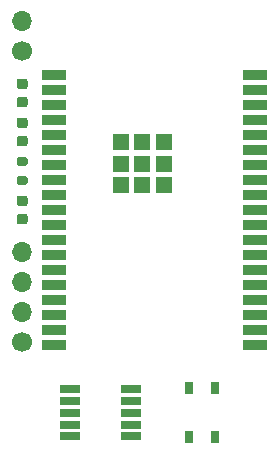
<source format=gbr>
%TF.GenerationSoftware,KiCad,Pcbnew,(5.1.9)-1*%
%TF.CreationDate,2021-03-30T21:26:33+02:00*%
%TF.ProjectId,plant,706c616e-742e-46b6-9963-61645f706362,rev?*%
%TF.SameCoordinates,Original*%
%TF.FileFunction,Soldermask,Top*%
%TF.FilePolarity,Negative*%
%FSLAX46Y46*%
G04 Gerber Fmt 4.6, Leading zero omitted, Abs format (unit mm)*
G04 Created by KiCad (PCBNEW (5.1.9)-1) date 2021-03-30 21:26:33*
%MOMM*%
%LPD*%
G01*
G04 APERTURE LIST*
%ADD10R,0.650000X1.050000*%
%ADD11R,1.750000X0.700000*%
%ADD12R,1.330000X1.330000*%
%ADD13R,2.000000X0.900000*%
%ADD14C,1.700000*%
%ADD15O,1.700000X1.700000*%
G04 APERTURE END LIST*
D10*
%TO.C,SW1*%
X167073000Y-99230000D03*
X167073000Y-95080000D03*
X169223000Y-99230000D03*
X169223000Y-95080000D03*
%TD*%
D11*
%TO.C,IC2*%
X162087000Y-95187000D03*
X162087000Y-96187000D03*
X162087000Y-97187000D03*
X162087000Y-98187000D03*
X162087000Y-99187000D03*
X156937000Y-99187000D03*
X156937000Y-98187000D03*
X156937000Y-97187000D03*
X156937000Y-96187000D03*
X156937000Y-95187000D03*
%TD*%
D12*
%TO.C,IC1*%
X164919000Y-77915000D03*
X163084000Y-77915000D03*
X161249000Y-77915000D03*
X164919000Y-74245000D03*
X163084000Y-74245000D03*
X161249000Y-74245000D03*
X164919000Y-76080000D03*
X161249000Y-76080000D03*
X163084000Y-76080000D03*
D13*
X172584000Y-68580000D03*
X172584000Y-69850000D03*
X172584000Y-71120000D03*
X172584000Y-72390000D03*
X172584000Y-73660000D03*
X172584000Y-74930000D03*
X172584000Y-76200000D03*
X172584000Y-77470000D03*
X172584000Y-78740000D03*
X172584000Y-80010000D03*
X172584000Y-81280000D03*
X172584000Y-82550000D03*
X172584000Y-83820000D03*
X172584000Y-85090000D03*
X172584000Y-86360000D03*
X172584000Y-87630000D03*
X172584000Y-88900000D03*
X172584000Y-90170000D03*
X172584000Y-91440000D03*
X155584000Y-91440000D03*
X155584000Y-90170000D03*
X155584000Y-88900000D03*
X155584000Y-87630000D03*
X155584000Y-86360000D03*
X155584000Y-85090000D03*
X155584000Y-83820000D03*
X155584000Y-82550000D03*
X155584000Y-81280000D03*
X155584000Y-80010000D03*
X155584000Y-78740000D03*
X155584000Y-77470000D03*
X155584000Y-76200000D03*
X155584000Y-74930000D03*
X155584000Y-73660000D03*
X155584000Y-72390000D03*
X155584000Y-71120000D03*
X155584000Y-69850000D03*
X155584000Y-68580000D03*
%TD*%
D14*
%TO.C,J1*%
X152908000Y-91186000D03*
D15*
X152908000Y-88646000D03*
X152908000Y-86106000D03*
X152908000Y-83566000D03*
%TD*%
%TO.C,J2*%
X152908000Y-64008000D03*
D14*
X152908000Y-66548000D03*
%TD*%
%TO.C,R1*%
G36*
G01*
X152633000Y-75483000D02*
X153183000Y-75483000D01*
G75*
G02*
X153383000Y-75683000I0J-200000D01*
G01*
X153383000Y-76083000D01*
G75*
G02*
X153183000Y-76283000I-200000J0D01*
G01*
X152633000Y-76283000D01*
G75*
G02*
X152433000Y-76083000I0J200000D01*
G01*
X152433000Y-75683000D01*
G75*
G02*
X152633000Y-75483000I200000J0D01*
G01*
G37*
G36*
G01*
X152633000Y-77133000D02*
X153183000Y-77133000D01*
G75*
G02*
X153383000Y-77333000I0J-200000D01*
G01*
X153383000Y-77733000D01*
G75*
G02*
X153183000Y-77933000I-200000J0D01*
G01*
X152633000Y-77933000D01*
G75*
G02*
X152433000Y-77733000I0J200000D01*
G01*
X152433000Y-77333000D01*
G75*
G02*
X152633000Y-77133000I200000J0D01*
G01*
G37*
%TD*%
%TO.C,C3*%
G36*
G01*
X153158000Y-74631000D02*
X152658000Y-74631000D01*
G75*
G02*
X152433000Y-74406000I0J225000D01*
G01*
X152433000Y-73956000D01*
G75*
G02*
X152658000Y-73731000I225000J0D01*
G01*
X153158000Y-73731000D01*
G75*
G02*
X153383000Y-73956000I0J-225000D01*
G01*
X153383000Y-74406000D01*
G75*
G02*
X153158000Y-74631000I-225000J0D01*
G01*
G37*
G36*
G01*
X153158000Y-73081000D02*
X152658000Y-73081000D01*
G75*
G02*
X152433000Y-72856000I0J225000D01*
G01*
X152433000Y-72406000D01*
G75*
G02*
X152658000Y-72181000I225000J0D01*
G01*
X153158000Y-72181000D01*
G75*
G02*
X153383000Y-72406000I0J-225000D01*
G01*
X153383000Y-72856000D01*
G75*
G02*
X153158000Y-73081000I-225000J0D01*
G01*
G37*
%TD*%
%TO.C,C2*%
G36*
G01*
X152658000Y-68879000D02*
X153158000Y-68879000D01*
G75*
G02*
X153383000Y-69104000I0J-225000D01*
G01*
X153383000Y-69554000D01*
G75*
G02*
X153158000Y-69779000I-225000J0D01*
G01*
X152658000Y-69779000D01*
G75*
G02*
X152433000Y-69554000I0J225000D01*
G01*
X152433000Y-69104000D01*
G75*
G02*
X152658000Y-68879000I225000J0D01*
G01*
G37*
G36*
G01*
X152658000Y-70429000D02*
X153158000Y-70429000D01*
G75*
G02*
X153383000Y-70654000I0J-225000D01*
G01*
X153383000Y-71104000D01*
G75*
G02*
X153158000Y-71329000I-225000J0D01*
G01*
X152658000Y-71329000D01*
G75*
G02*
X152433000Y-71104000I0J225000D01*
G01*
X152433000Y-70654000D01*
G75*
G02*
X152658000Y-70429000I225000J0D01*
G01*
G37*
%TD*%
%TO.C,C1*%
G36*
G01*
X153158000Y-81235000D02*
X152658000Y-81235000D01*
G75*
G02*
X152433000Y-81010000I0J225000D01*
G01*
X152433000Y-80560000D01*
G75*
G02*
X152658000Y-80335000I225000J0D01*
G01*
X153158000Y-80335000D01*
G75*
G02*
X153383000Y-80560000I0J-225000D01*
G01*
X153383000Y-81010000D01*
G75*
G02*
X153158000Y-81235000I-225000J0D01*
G01*
G37*
G36*
G01*
X153158000Y-79685000D02*
X152658000Y-79685000D01*
G75*
G02*
X152433000Y-79460000I0J225000D01*
G01*
X152433000Y-79010000D01*
G75*
G02*
X152658000Y-78785000I225000J0D01*
G01*
X153158000Y-78785000D01*
G75*
G02*
X153383000Y-79010000I0J-225000D01*
G01*
X153383000Y-79460000D01*
G75*
G02*
X153158000Y-79685000I-225000J0D01*
G01*
G37*
%TD*%
M02*

</source>
